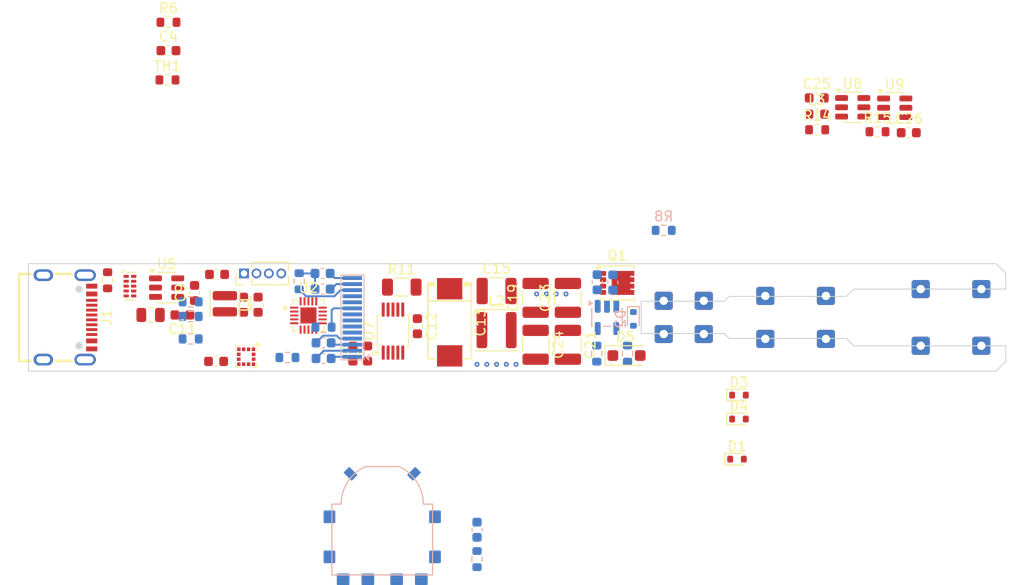
<source format=kicad_pcb>
(kicad_pcb
	(version 20241229)
	(generator "pcbnew")
	(generator_version "9.0")
	(general
		(thickness 1.6)
		(legacy_teardrops no)
	)
	(paper "A4")
	(layers
		(0 "F.Cu" signal)
		(4 "In1.Cu" signal)
		(6 "In2.Cu" signal)
		(2 "B.Cu" signal)
		(9 "F.Adhes" user "F.Adhesive")
		(11 "B.Adhes" user "B.Adhesive")
		(13 "F.Paste" user)
		(15 "B.Paste" user)
		(5 "F.SilkS" user "F.Silkscreen")
		(7 "B.SilkS" user "B.Silkscreen")
		(1 "F.Mask" user)
		(3 "B.Mask" user)
		(17 "Dwgs.User" user "User.Drawings")
		(19 "Cmts.User" user "User.Comments")
		(21 "Eco1.User" user "User.Eco1")
		(23 "Eco2.User" user "User.Eco2")
		(25 "Edge.Cuts" user)
		(27 "Margin" user)
		(31 "F.CrtYd" user "F.Courtyard")
		(29 "B.CrtYd" user "B.Courtyard")
		(35 "F.Fab" user)
		(33 "B.Fab" user)
		(39 "User.1" user)
		(41 "User.2" user)
		(43 "User.3" user)
		(45 "User.4" user)
	)
	(setup
		(stackup
			(layer "F.SilkS"
				(type "Top Silk Screen")
				(color "Black")
			)
			(layer "F.Paste"
				(type "Top Solder Paste")
			)
			(layer "F.Mask"
				(type "Top Solder Mask")
				(color "White")
				(thickness 0.01)
			)
			(layer "F.Cu"
				(type "copper")
				(thickness 0.035)
			)
			(layer "dielectric 1"
				(type "prepreg")
				(thickness 0.1)
				(material "FR4")
				(epsilon_r 4.5)
				(loss_tangent 0.02)
			)
			(layer "In1.Cu"
				(type "copper")
				(thickness 0.035)
			)
			(layer "dielectric 2"
				(type "core")
				(thickness 1.24)
				(material "FR4")
				(epsilon_r 4.5)
				(loss_tangent 0.02)
			)
			(layer "In2.Cu"
				(type "copper")
				(thickness 0.035)
			)
			(layer "dielectric 3"
				(type "prepreg")
				(thickness 0.1)
				(material "FR4")
				(epsilon_r 4.5)
				(loss_tangent 0.02)
			)
			(layer "B.Cu"
				(type "copper")
				(thickness 0.035)
			)
			(layer "B.Mask"
				(type "Bottom Solder Mask")
				(thickness 0.01)
			)
			(layer "B.Paste"
				(type "Bottom Solder Paste")
			)
			(layer "B.SilkS"
				(type "Bottom Silk Screen")
			)
			(copper_finish "None")
			(dielectric_constraints no)
		)
		(pad_to_mask_clearance 0)
		(allow_soldermask_bridges_in_footprints no)
		(tenting front back)
		(grid_origin 100.5 158.2)
		(pcbplotparams
			(layerselection 0x00000000_00000000_55555555_5755f5ff)
			(plot_on_all_layers_selection 0x00000000_00000000_00000000_00000000)
			(disableapertmacros no)
			(usegerberextensions no)
			(usegerberattributes yes)
			(usegerberadvancedattributes yes)
			(creategerberjobfile yes)
			(dashed_line_dash_ratio 12.000000)
			(dashed_line_gap_ratio 3.000000)
			(svgprecision 4)
			(plotframeref no)
			(mode 1)
			(useauxorigin no)
			(hpglpennumber 1)
			(hpglpenspeed 20)
			(hpglpendiameter 15.000000)
			(pdf_front_fp_property_popups yes)
			(pdf_back_fp_property_popups yes)
			(pdf_metadata yes)
			(pdf_single_document no)
			(dxfpolygonmode yes)
			(dxfimperialunits yes)
			(dxfusepcbnewfont yes)
			(psnegative no)
			(psa4output no)
			(plot_black_and_white yes)
			(sketchpadsonfab no)
			(plotpadnumbers no)
			(hidednponfab no)
			(sketchdnponfab yes)
			(crossoutdnponfab yes)
			(subtractmaskfromsilk no)
			(outputformat 1)
			(mirror no)
			(drillshape 1)
			(scaleselection 1)
			(outputdirectory "")
		)
	)
	(net 0 "")
	(net 1 "+3.3V")
	(net 2 "GND")
	(net 3 "VBUS")
	(net 4 "/BTN")
	(net 5 "/ENC_B")
	(net 6 "/TC_FB")
	(net 7 "/BOOTSEL")
	(net 8 "/SCL")
	(net 9 "/DISP_NRST")
	(net 10 "/SDA")
	(net 11 "/ENC_A")
	(net 12 "/BLUE")
	(net 13 "/D-")
	(net 14 "/HEATER_ON")
	(net 15 "/CC2")
	(net 16 "/CC1")
	(net 17 "/POW_ALERT")
	(net 18 "Net-(U5-SW)")
	(net 19 "Net-(U5-BST)")
	(net 20 "Net-(U6--)")
	(net 21 "Net-(U7-Vin-)")
	(net 22 "Net-(J3-Pin_13)")
	(net 23 "Net-(J3-Pin_2)")
	(net 24 "Net-(J3-Pin_1)")
	(net 25 "Net-(J1-SHIELD)")
	(net 26 "Net-(J3-Pin_4)")
	(net 27 "Net-(J3-Pin_3)")
	(net 28 "/RED")
	(net 29 "Net-(J3-Pin_14)")
	(net 30 "/JDP")
	(net 31 "/JDN")
	(net 32 "unconnected-(U3-NC-Pad6)")
	(net 33 "unconnected-(U3-NC-Pad10)")
	(net 34 "unconnected-(U3-NC-Pad7)")
	(net 35 "unconnected-(U3-NC-Pad9)")
	(net 36 "Net-(D4-K)")
	(net 37 "Net-(D1-K)")
	(net 38 "/VDRIVE")
	(net 39 "/NTC")
	(net 40 "Net-(D2-K)")
	(net 41 "Net-(D3-A)")
	(net 42 "unconnected-(J3-Pin_6-Pad6)")
	(net 43 "Net-(J3-Pin_9)")
	(net 44 "Net-(J3-Pin_12)")
	(net 45 "Net-(Q1-G)")
	(net 46 "Net-(U8-FB)")
	(net 47 "unconnected-(U1-INT1-Pad5)")
	(net 48 "unconnected-(U1-NC-Pad11)")
	(net 49 "unconnected-(U1-INT2-Pad6)")
	(net 50 "unconnected-(U2-PA4-Pad6)")
	(net 51 "/VDRIVE_ON")
	(net 52 "unconnected-(U2-PB0-Pad10)")
	(net 53 "unconnected-(U2-PA3-Pad5)")
	(net 54 "unconnected-(U2-PA2-Pad4)")
	(net 55 "/VDRV")
	(net 56 "unconnected-(U4-Pad0)")
	(net 57 "unconnected-(U4-Pad0)_1")
	(net 58 "unconnected-(U4-Pad0)_2")
	(net 59 "unconnected-(U4-Pad0)_3")
	(net 60 "unconnected-(U4-Pad0)_4")
	(net 61 "unconnected-(U4-Pad0)_5")
	(net 62 "unconnected-(U8-NC-Pad6)")
	(footprint "Capacitor_SMD:C_0603_1608Metric" (layer "F.Cu") (at 140.3 153.6 -90))
	(footprint "Connector_Wire:SolderWire-0.25sqmm_1x01_D0.65mm_OD1.7mm" (layer "F.Cu") (at 182.1 150.5 90))
	(footprint "Capacitor_SMD:C_1210_3225Metric" (layer "F.Cu") (at 155.7 155.5 -90))
	(footprint "Capacitor_SMD:C_0603_1608Metric" (layer "F.Cu") (at 122.5 151.4 -90))
	(footprint "Capacitor_SMD:C_0603_1608Metric" (layer "F.Cu") (at 117.5 150.2 90))
	(footprint "Inductor_SMD:L_0603_1608Metric" (layer "F.Cu") (at 181.1625 131.9))
	(footprint "Package_SON:USON-10_2.5x1.0mm_P0.5mm" (layer "F.Cu") (at 110.885 149.5))
	(footprint "Capacitor_SMD:C_0603_1608Metric" (layer "F.Cu") (at 181.1625 130.24))
	(footprint "Connector_Wire:SolderWire-0.25sqmm_1x01_D0.65mm_OD1.7mm" (layer "F.Cu") (at 169.6 154.4 90))
	(footprint "Package_SON:VSON-8_3.3x3.3mm_P0.65mm_NexFET" (layer "F.Cu") (at 160.74 149.17))
	(footprint "Capacitor_SMD:C_1210_3225Metric" (layer "F.Cu") (at 148.4 150))
	(footprint "Connector_Wire:SolderWire-0.25sqmm_1x01_D0.65mm_OD1.7mm" (layer "F.Cu") (at 198 155.6 90))
	(footprint "Capacitor_SMD:C_0603_1608Metric" (layer "F.Cu") (at 135.2 156.4 -90))
	(footprint "Inductor_SMD:L_Changjiang_FTC252012S" (layer "F.Cu") (at 120.6 151.3 -90))
	(footprint "Connector_Wire:SolderWire-0.25sqmm_1x01_D0.65mm_OD1.7mm" (layer "F.Cu") (at 165.5 151 90))
	(footprint "Resistor_SMD:R_0603_1608Metric" (layer "F.Cu") (at 181.2 133.5))
	(footprint "Connector_Wire:SolderWire-0.25sqmm_1x01_D0.65mm_OD1.7mm" (layer "F.Cu") (at 191.8 155.6 90))
	(footprint "Capacitor_SMD:C_0603_1608Metric" (layer "F.Cu") (at 190.575 133.8))
	(footprint "Package_SO:VSSOP-10_3x3mm_P0.5mm" (layer "F.Cu") (at 137.8 154.1 90))
	(footprint "Connector_Wire:SolderWire-0.25sqmm_1x01_D0.65mm_OD1.7mm" (layer "F.Cu") (at 182.1 154.9 90))
	(footprint "Custom:USB-C-SMD_U263-163N-4GS1735" (layer "F.Cu") (at 104.5 152.7 -90))
	(footprint "Diode_SMD:D_SOD-523" (layer "F.Cu") (at 173 167.2))
	(footprint "Connector_Wire:SolderWire-0.25sqmm_1x01_D0.65mm_OD1.7mm" (layer "F.Cu") (at 175.9 150.5 90))
	(footprint "Connector_Wire:SolderWire-0.25sqmm_1x01_D0.65mm_OD1.7mm" (layer "F.Cu") (at 175.9 154.9 90))
	(footprint "Capacitor_SMD:C_0603_1608Metric" (layer "F.Cu") (at 133.7 156.4 -90))
	(footprint "Package_TO_SOT_SMD:SOT-23-6" (layer "F.Cu") (at 189.1375 131.25))
	(footprint "Diode_SMD:D_SOD-123F" (layer "F.Cu") (at 161.7 156.6))
	(footprint "Capacitor_SMD:C_0603_1608Metric" (layer "F.Cu") (at 116.25 152.45 180))
	(footprint "Diode_SMD:D_SOD-523" (layer "F.Cu") (at 173.2 160.65))
	(footprint "Capacitor_SMD:C_1210_3225Metric" (layer "F.Cu") (at 155.7 150.7 90))
	(footprint "Package_DFN_QFN:QFN-20-1EP_3x3mm_P0.4mm_EP1.65x1.65mm" (layer "F.Cu") (at 129.15 152.5))
	(footprint "Package_LGA:LGA-12_2x2mm_P0.5mm" (layer "F.Cu") (at 122.7775 156.7225 -90))
	(footprint "Connector_Wire:SolderWire-0.25sqmm_1x01_D0.65mm_OD1.7mm" (layer "F.Cu") (at 198 149.8 90))
	(footprint "Connector_PinHeader_1.27mm:PinHeader_1x04_P1.27mm_Vertical" (layer "F.Cu") (at 122.56 148.2 90))
	(footprint "Custom:CP-SMD_L7.3-W4.3-FD" (layer "F.Cu") (at 143.6 153.2 -90))
	(footprint "Connector_Wire:SolderWire-0.25sqmm_1x01_D0.65mm_OD1.7mm" (layer "F.Cu") (at 165.5 154.4 90))
	(footprint "Capacitor_SMD:C_0603_1608Metric" (layer "F.Cu") (at 119.7 157.2 180))
	(footprint "Resistor_SMD:R_0603_1608Metric" (layer "F.Cu") (at 114.825 122.5))
	(footprint "Capacitor_SMD:C_0603_1608Metric" (layer "F.Cu") (at 124 151.4 -90))
	(footprint "Capacitor_SMD:C_1210_3225Metric" (layer "F.Cu") (at 152.4 150.7 90))
	(footprint "Connector_Wire:SolderWire-0.25sqmm_1x01_D0.65mm_OD1.7mm" (layer "F.Cu") (at 169.6 151 90))
	(footprint "Capacitor_SMD:C_0603_1608Metric" (layer "F.Cu") (at 119.8 148.3 180))
	(footprint "Diode_SMD:D_SOD-523" (layer "F.Cu") (at 173.2 163.1))
	(footprint "Package_TO_SOT_SMD:SOT-23-6" (layer "F.Cu") (at 184.8375 131.2))
	(footprint "Connector_Wire:SolderWire-0.25sqmm_1x01_D0.65mm_OD1.7mm" (layer "F.Cu") (at 191.8 149.8 90))
	(footprint "Inductor_SMD:L_Changjiang_FNR4030S"
		(layer "F.Cu")
		(uuid "cf9e6869-178d-4783-ae8e-2548736b7249")
		(at 148.4 154)
		(descr "Inductor, Changjiang, FNR4030S, 4.0x4.0x3.0mm, (https://datasheet.lcsc.com/lcsc/1806131217_cjiang-Changjiang-Microelectronics-Tech-FNR5040S3R3NT_C167960.pdf), generated with kicad-footprint-generator gen_inductor.py")
		(tags "wirewound power shielded")
		(property "Reference" "L2"
			(at 0 -2.95 0)
			(layer "F.SilkS")
			(uuid "61016392-fbbd-456a-9cb7-313d812c71f4")
			(effects
				(font
					(size 1 1)
					(thickness 0.15)
				)
			)
		)
		(property "Value" "2.2u"
			(at 0 2.95 0)
			(layer "F.Fab")
			(uuid "734fdc27-6f14-46b4-85a5-7dc50d4433dc")
			(effects
				(font
					(size 1 1)
					(thickness 0.15)
				)
			)
		)
		(property "Datasheet" "~"
			(at 0 0 0)
			(layer "F.Fab")
			(hide yes)
			(uuid "ba1d2d57-cc87-4553-8fd9-04a7d8add502")
			(effects
				(font
					(size 1.27 1.27)
					(thickness 0.15)
				)
			)
		)
		(property "Description" "Inductor"
			(at 0 0 0)
			(layer "F.Fab")
			(hide yes)
			(uuid "07e38d79-dc65-4d1b-8ff2-459689ccb5a7")
			(effects
				(font
					(size 1.27 1.27)
					(thickness 0.15)
				)
			)
		)
		(property ki_fp_filters "Choke_* *Coil* Inductor_* L_*")
		(path "/e0404d79-c64a-411f-bda7-52e8b41d0e8c")
		(sheetname "/")
		(sheetfile "usbc_soldering_iron.kicad_sch")
		(attr smd)
		(fp_line
			(start -2.11 -2.11)
			(end 2.11 -2.11)
			(stroke
				(width 0.12)
				(type solid)
			)
			(layer "F.SilkS")
			(uuid "2e368ef8-cda3-460a-b73a-70d2ae136454")
		)
		(fp_line
			(start 2.11 2.11)
			(end -2.11 2.11)
			(stroke
				(width 0.12)
				(type solid)
			)
			(layer "F.SilkS")
			(uuid "7e068832-2dd0-459e-8147-552fb8d0f917")
		)
		(fp_line
			(start -2.3 -2.1)
			(end -2.25 -2.1)
			(stroke
				(width 0.05)
				(type solid)
			)
			(layer "F.CrtYd")
			(uuid "81d420a5-8ef9-4d96-8b6c-94802ff479f4")
		)
		(fp_line
			(start -2.3 2.1)
			(end -2.3 -2.1)
			(stroke
				(width 0.05)
				(type solid)
			)
			(layer "F.CrtYd")
			(uuid "01be41f9-a3fb-4eaf-9368-d93c4985533e")
		)
		(fp_line
			(start -2.25 -2.25)
			(end 2.25 -2.25)
			(stroke
				(width 0.05)
				(type solid)
			)
			(layer "F.CrtYd")
			(uuid "f63f8e93-e1e6-464a-8309-bdeb87736d8c")
		)
		(fp_line
			(start -2.25 -2.1)
			(end -2.25 -2.25)
			(stroke
				(width 0.05)
				(type solid)
			)
			(layer "F.CrtYd")
			(uuid "70243f7e-8c74-47a6-a670-945c3a1a3a13")
		)
		(fp_line
			(start -2.25 2.1)
			(end -2.3 2.1)
			(stroke
				(width 0.05)
				(type solid)
			)
			(layer "F.CrtYd")
			(uuid "ae9d28aa-189b-47a1-b01f-630efddcffd8")
		)
		(fp_line
			(start -2.25 2.25)
			(end -2.25 2.1)
			(stroke
				(width 0.05)
				(type 
... [177727 chars truncated]
</source>
